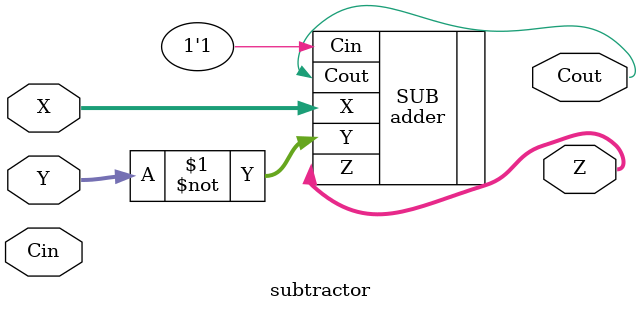
<source format=v>
`timescale 1ns / 1ps
`default_nettype none //helps catch typo-related bugs
module subtractor(X, Y, Cin, Cout, Z);

	//parameter definitions
	

	//port definitions - customize for different bit widths
	input wire [31:0] X, Y;
	input wire Cin;
	wire [31:0] Carrybits;
	output wire [31:0] Z;
	output wire Cout;
	
	//module body
	adder SUB (.X(X), .Y(~Y), .Cin(1'b1), .Cout(Cout), .Z(Z));


endmodule
`default_nettype wire //some Xilinx IP requires that the default_nettype be set to wire

</source>
